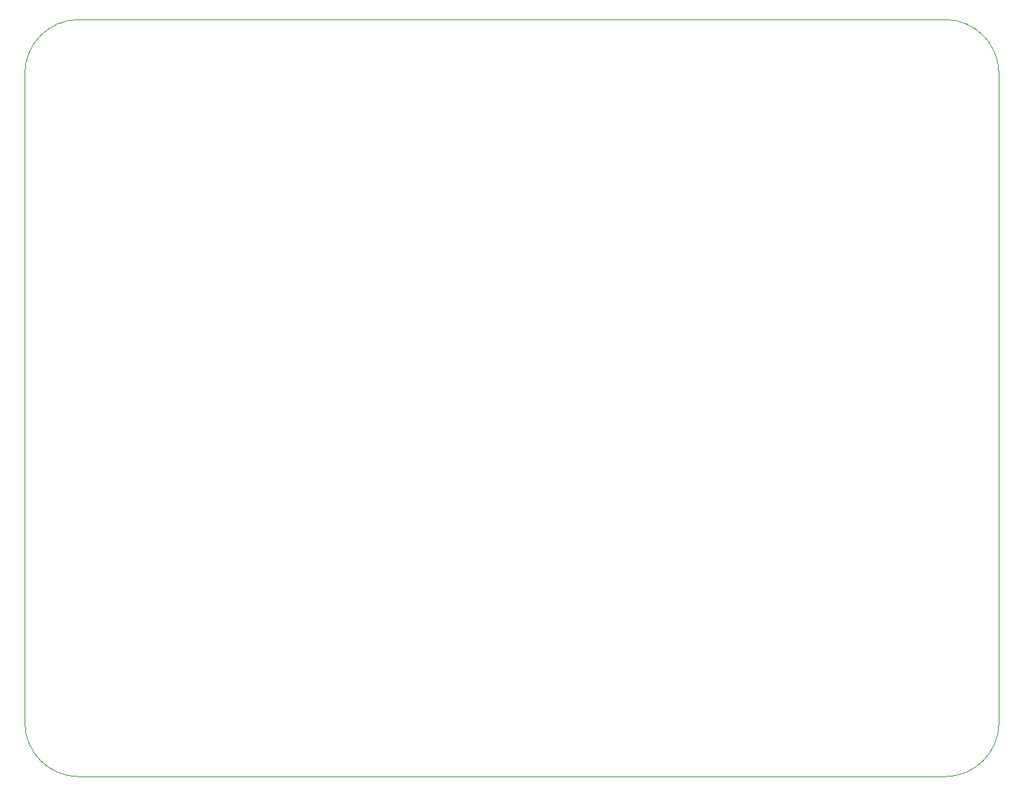
<source format=gbr>
%TF.GenerationSoftware,KiCad,Pcbnew,7.0.9*%
%TF.CreationDate,2023-11-17T20:30:37+09:00*%
%TF.ProjectId,Assemble,41737365-6d62-46c6-952e-6b696361645f,rev?*%
%TF.SameCoordinates,Original*%
%TF.FileFunction,Profile,NP*%
%FSLAX46Y46*%
G04 Gerber Fmt 4.6, Leading zero omitted, Abs format (unit mm)*
G04 Created by KiCad (PCBNEW 7.0.9) date 2023-11-17 20:30:37*
%MOMM*%
%LPD*%
G01*
G04 APERTURE LIST*
%TA.AperFunction,Profile*%
%ADD10C,0.100000*%
%TD*%
G04 APERTURE END LIST*
D10*
X127000000Y-107950000D02*
X127000000Y-184150000D01*
X12700000Y-184150000D02*
X12700000Y-107950000D01*
X19050000Y-101600000D02*
X120650000Y-101600000D01*
X120650000Y-190500000D02*
G75*
G03*
X127000000Y-184150000I0J6350000D01*
G01*
X120650000Y-190500000D02*
X19050000Y-190500000D01*
X19050000Y-101600000D02*
G75*
G03*
X12700000Y-107950000I0J-6350000D01*
G01*
X12700000Y-184150000D02*
G75*
G03*
X19050000Y-190500000I6350000J0D01*
G01*
X127000000Y-107950000D02*
G75*
G03*
X120650000Y-101600000I-6350000J0D01*
G01*
M02*

</source>
